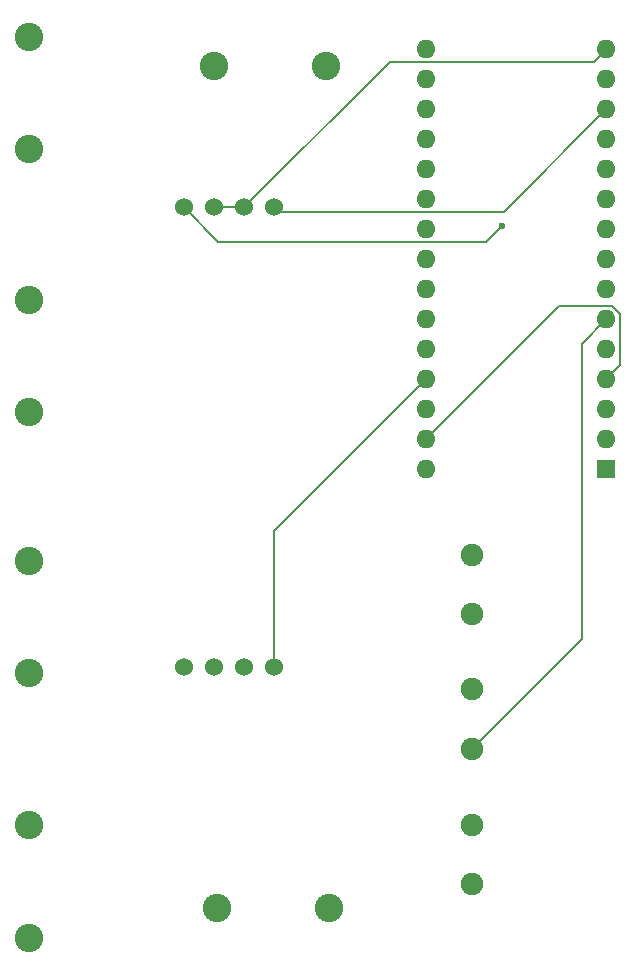
<source format=gbr>
%TF.GenerationSoftware,KiCad,Pcbnew,8.0.2-1*%
%TF.CreationDate,2024-11-16T17:30:41-05:00*%
%TF.ProjectId,JB_PCB,4a425f50-4342-42e6-9b69-6361645f7063,rev?*%
%TF.SameCoordinates,Original*%
%TF.FileFunction,Copper,L2,Bot*%
%TF.FilePolarity,Positive*%
%FSLAX46Y46*%
G04 Gerber Fmt 4.6, Leading zero omitted, Abs format (unit mm)*
G04 Created by KiCad (PCBNEW 8.0.2-1) date 2024-11-16 17:30:41*
%MOMM*%
%LPD*%
G01*
G04 APERTURE LIST*
%TA.AperFunction,ComponentPad*%
%ADD10C,1.905000*%
%TD*%
%TA.AperFunction,ComponentPad*%
%ADD11C,1.524000*%
%TD*%
%TA.AperFunction,ComponentPad*%
%ADD12C,2.413000*%
%TD*%
%TA.AperFunction,ComponentPad*%
%ADD13O,1.600000X1.600000*%
%TD*%
%TA.AperFunction,ComponentPad*%
%ADD14R,1.600000X1.600000*%
%TD*%
%TA.AperFunction,ViaPad*%
%ADD15C,0.600000*%
%TD*%
%TA.AperFunction,Conductor*%
%ADD16C,0.200000*%
%TD*%
G04 APERTURE END LIST*
D10*
%TO.P,PWMGND1,1,Pin_1*%
%TO.N,Net-(ARD_PWR1-Pin_1)*%
X152946200Y-108145100D03*
%TO.P,PWMGND1,2,Pin_2*%
X152946200Y-103145100D03*
%TD*%
D11*
%TO.P,U1,VCC,VCC*%
%TO.N,Net-(A1-+5V)*%
X136210000Y-112610000D03*
%TO.P,U1,RO,RO*%
%TO.N,Net-(A1-D10)*%
X136210000Y-73690000D03*
%TO.P,U1,RE,RE*%
%TO.N,Net-(A1-D12)*%
X133670000Y-73690000D03*
%TO.P,U1,GND,GND*%
%TO.N,Net-(ARD_PWR1-Pin_1)*%
X128590000Y-112610000D03*
%TO.P,U1,DI,DI*%
%TO.N,Net-(A1-D11)*%
X128590000Y-73690000D03*
%TO.P,U1,DE,DE*%
%TO.N,Net-(A1-D12)*%
X131130000Y-73690000D03*
%TO.P,U1,B*%
%TO.N,N/C*%
X133670000Y-112610000D03*
%TO.P,U1,A*%
X131130000Y-112610000D03*
%TD*%
D10*
%TO.P,PWM2,1,Pin_1*%
%TO.N,Net-(A1-D5)*%
X153000000Y-131000000D03*
%TO.P,PWM2,2,Pin_2*%
%TO.N,Net-(A1-D6)*%
X153000000Y-126000000D03*
%TD*%
D12*
%TO.P,MOT_PWR1,1,Pin_1*%
%TO.N,Net-(J2-Pin_1)*%
X131354902Y-133000000D03*
%TO.P,MOT_PWR1,2,Pin_2*%
%TO.N,Net-(J2-Pin_2)*%
X140854898Y-133000000D03*
%TD*%
%TO.P,J6,1,Pin_1*%
%TO.N,Net-(J2-Pin_1)*%
X115500000Y-135500000D03*
%TO.P,J6,2,Pin_2*%
%TO.N,Net-(J2-Pin_2)*%
X115500000Y-126000004D03*
%TD*%
%TO.P,J4,1,Pin_1*%
%TO.N,Net-(J2-Pin_1)*%
X115500000Y-113145102D03*
%TO.P,J4,2,Pin_2*%
%TO.N,Net-(J2-Pin_2)*%
X115500000Y-103645106D03*
%TD*%
%TO.P,J3,1,Pin_1*%
%TO.N,Net-(J2-Pin_1)*%
X115500000Y-91000000D03*
%TO.P,J3,2,Pin_2*%
%TO.N,Net-(J2-Pin_2)*%
X115500000Y-81500004D03*
%TD*%
%TO.P,J2,2,Pin_2*%
%TO.N,Net-(J2-Pin_2)*%
X115500000Y-59250008D03*
%TO.P,J2,1,Pin_1*%
%TO.N,Net-(J2-Pin_1)*%
X115500000Y-68750004D03*
%TD*%
%TO.P,ARD_PWR1,2,Pin_2*%
%TO.N,Net-(A1-VIN)*%
X140604898Y-61750000D03*
%TO.P,ARD_PWR1,1,Pin_1*%
%TO.N,Net-(ARD_PWR1-Pin_1)*%
X131104902Y-61750000D03*
%TD*%
D13*
%TO.P,A1,30,VIN*%
%TO.N,Net-(A1-VIN)*%
X149120000Y-95800000D03*
%TO.P,A1,29,GND*%
%TO.N,Net-(ARD_PWR1-Pin_1)*%
X149120000Y-93260000D03*
%TO.P,A1,28,~{RESET}*%
%TO.N,unconnected-(A1-~{RESET}-Pad28)*%
X149120000Y-90720000D03*
%TO.P,A1,27,+5V*%
%TO.N,Net-(A1-+5V)*%
X149120000Y-88180000D03*
%TO.P,A1,26,A7*%
%TO.N,unconnected-(A1-A7-Pad26)*%
X149120000Y-85640000D03*
%TO.P,A1,25,A6*%
%TO.N,unconnected-(A1-A6-Pad25)*%
X149120000Y-83100000D03*
%TO.P,A1,24,A5*%
%TO.N,unconnected-(A1-A5-Pad24)*%
X149120000Y-80560000D03*
%TO.P,A1,23,A4*%
%TO.N,unconnected-(A1-A4-Pad23)*%
X149120000Y-78020000D03*
%TO.P,A1,22,A3*%
%TO.N,unconnected-(A1-A3-Pad22)*%
X149120000Y-75480000D03*
%TO.P,A1,21,A2*%
%TO.N,unconnected-(A1-A2-Pad21)*%
X149120000Y-72940000D03*
%TO.P,A1,20,A1*%
%TO.N,unconnected-(A1-A1-Pad20)*%
X149120000Y-70400000D03*
%TO.P,A1,19,A0*%
%TO.N,unconnected-(A1-A0-Pad19)*%
X149120000Y-67860000D03*
%TO.P,A1,18,AREF*%
%TO.N,unconnected-(A1-AREF-Pad18)*%
X149120000Y-65320000D03*
%TO.P,A1,17,3V3*%
%TO.N,unconnected-(A1-3V3-Pad17)*%
X149120000Y-62780000D03*
%TO.P,A1,16,D13*%
%TO.N,unconnected-(A1-D13-Pad16)*%
X149120000Y-60240000D03*
%TO.P,A1,15,D12*%
%TO.N,Net-(A1-D12)*%
X164360000Y-60240000D03*
%TO.P,A1,14,D11*%
%TO.N,Net-(A1-D11)*%
X164360000Y-62780000D03*
%TO.P,A1,13,D10*%
%TO.N,Net-(A1-D10)*%
X164360000Y-65320000D03*
%TO.P,A1,12,D9*%
%TO.N,Net-(A1-D9)*%
X164360000Y-67860000D03*
%TO.P,A1,11,D8*%
%TO.N,unconnected-(A1-D8-Pad11)*%
X164360000Y-70400000D03*
%TO.P,A1,10,D7*%
%TO.N,unconnected-(A1-D7-Pad10)*%
X164360000Y-72940000D03*
%TO.P,A1,9,D6*%
%TO.N,Net-(A1-D6)*%
X164360000Y-75480000D03*
%TO.P,A1,8,D5*%
%TO.N,Net-(A1-D5)*%
X164360000Y-78020000D03*
%TO.P,A1,7,D4*%
%TO.N,unconnected-(A1-D4-Pad7)*%
X164360000Y-80560000D03*
%TO.P,A1,6,D3*%
%TO.N,Net-(A1-D3)*%
X164360000Y-83100000D03*
%TO.P,A1,5,D2*%
%TO.N,unconnected-(A1-D2-Pad5)*%
X164360000Y-85640000D03*
%TO.P,A1,4,GND*%
%TO.N,Net-(ARD_PWR1-Pin_1)*%
X164360000Y-88180000D03*
%TO.P,A1,3,~{RESET}*%
%TO.N,unconnected-(A1-~{RESET}-Pad3)*%
X164360000Y-90720000D03*
%TO.P,A1,2,D0/RX*%
%TO.N,unconnected-(A1-D0{slash}RX-Pad2)*%
X164360000Y-93260000D03*
D14*
%TO.P,A1,1,D1/TX*%
%TO.N,unconnected-(A1-D1{slash}TX-Pad1)*%
X164360000Y-95800000D03*
%TD*%
D10*
%TO.P,PWM1,1,Pin_1*%
%TO.N,Net-(A1-D3)*%
X153000000Y-119500000D03*
%TO.P,PWM1,2,Pin_2*%
%TO.N,Net-(A1-D9)*%
X153000000Y-114500000D03*
%TD*%
D15*
%TO.N,Net-(A1-D11)*%
X155500000Y-75250000D03*
%TD*%
D16*
%TO.N,Net-(ARD_PWR1-Pin_1)*%
X149120000Y-93260000D02*
X160380000Y-82000000D01*
X165500000Y-82684365D02*
X165500000Y-87040000D01*
X160380000Y-82000000D02*
X164815635Y-82000000D01*
X164815635Y-82000000D02*
X165500000Y-82684365D01*
X165500000Y-87040000D02*
X164360000Y-88180000D01*
%TO.N,Net-(A1-D11)*%
X154170000Y-76580000D02*
X155500000Y-75250000D01*
X131480000Y-76580000D02*
X154170000Y-76580000D01*
X128590000Y-73690000D02*
X131480000Y-76580000D01*
%TO.N,Net-(A1-D12)*%
X133670000Y-73690000D02*
X146020000Y-61340000D01*
X146020000Y-61340000D02*
X163260000Y-61340000D01*
X163260000Y-61340000D02*
X164360000Y-60240000D01*
X131130000Y-73690000D02*
X133670000Y-73690000D01*
%TO.N,Net-(A1-D10)*%
X136210000Y-73690000D02*
X136560000Y-74040000D01*
X155640000Y-74040000D02*
X164360000Y-65320000D01*
X136560000Y-74040000D02*
X155640000Y-74040000D01*
%TO.N,Net-(A1-+5V)*%
X136210000Y-112610000D02*
X136210000Y-101090000D01*
X136210000Y-101090000D02*
X149120000Y-88180000D01*
%TO.N,Net-(A1-D3)*%
X164360000Y-83100000D02*
X162250000Y-85210000D01*
X162250000Y-85210000D02*
X162250000Y-110250000D01*
X162250000Y-110250000D02*
X153000000Y-119500000D01*
%TD*%
M02*

</source>
